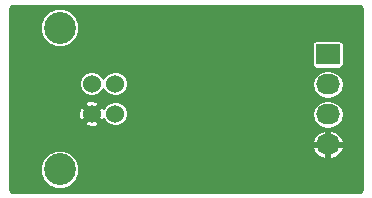
<source format=gbl>
G04 #@! TF.FileFunction,Copper,L2,Bot,Signal*
%FSLAX46Y46*%
G04 Gerber Fmt 4.6, Leading zero omitted, Abs format (unit mm)*
G04 Created by KiCad (PCBNEW LL-2015-09-25-git:d09c0a2-llkicadgr) date Fri 25 Sep 2015 11:15:43 PM EEST*
%MOMM*%
G01*
G04 APERTURE LIST*
%ADD10C,0.150000*%
%ADD11C,1.524000*%
%ADD12C,2.700020*%
%ADD13R,2.032000X1.727200*%
%ADD14O,2.032000X1.727200*%
%ADD15C,0.700000*%
%ADD16C,0.250000*%
G04 APERTURE END LIST*
D10*
D11*
X139000000Y-103710000D03*
X139000000Y-106250000D03*
X137001020Y-106250000D03*
X137001020Y-103710000D03*
D12*
X134301000Y-98980520D03*
X134301000Y-110979480D03*
D13*
X157000000Y-101250000D03*
D14*
X157000000Y-103790000D03*
X157000000Y-106330000D03*
X157000000Y-108870000D03*
D15*
X144500000Y-111500000D03*
X151500000Y-102750000D03*
X146500000Y-110000000D03*
X141500000Y-106750000D03*
X141500000Y-105500000D03*
X147250000Y-105750000D03*
X148750000Y-105750000D03*
X148750000Y-104250000D03*
X147250000Y-104250000D03*
D16*
G36*
X159875000Y-97301776D02*
X159875000Y-112698224D01*
X159698224Y-112875000D01*
X130301776Y-112875000D01*
X130125000Y-112698224D01*
X130125000Y-111311198D01*
X132625700Y-111311198D01*
X132880168Y-111927057D01*
X133350944Y-112398656D01*
X133966358Y-112654198D01*
X134632718Y-112654780D01*
X135248577Y-112400312D01*
X135720176Y-111929536D01*
X135975718Y-111314122D01*
X135976300Y-110647762D01*
X135721832Y-110031903D01*
X135251056Y-109560304D01*
X134635642Y-109304762D01*
X133969282Y-109304180D01*
X133353423Y-109558648D01*
X132881824Y-110029424D01*
X132626282Y-110644838D01*
X132625700Y-111311198D01*
X130125000Y-111311198D01*
X130125000Y-109186231D01*
X155650050Y-109186231D01*
X155860541Y-109621008D01*
X156223075Y-109941572D01*
X156680687Y-110098999D01*
X156875000Y-110016229D01*
X156875000Y-108995000D01*
X157125000Y-108995000D01*
X157125000Y-110016229D01*
X157319313Y-110098999D01*
X157776925Y-109941572D01*
X158139459Y-109621008D01*
X158349950Y-109186231D01*
X158290406Y-108995000D01*
X157125000Y-108995000D01*
X156875000Y-108995000D01*
X155709594Y-108995000D01*
X155650050Y-109186231D01*
X130125000Y-109186231D01*
X130125000Y-108553769D01*
X155650050Y-108553769D01*
X155709594Y-108745000D01*
X156875000Y-108745000D01*
X156875000Y-107723771D01*
X157125000Y-107723771D01*
X157125000Y-108745000D01*
X158290406Y-108745000D01*
X158349950Y-108553769D01*
X158139459Y-108118992D01*
X157776925Y-107798428D01*
X157319313Y-107641001D01*
X157125000Y-107723771D01*
X156875000Y-107723771D01*
X156680687Y-107641001D01*
X156223075Y-107798428D01*
X155860541Y-108118992D01*
X155650050Y-108553769D01*
X130125000Y-108553769D01*
X130125000Y-107086626D01*
X136341171Y-107086626D01*
X136424715Y-107255878D01*
X136853517Y-107399852D01*
X137304774Y-107368772D01*
X137577325Y-107255878D01*
X137660869Y-107086626D01*
X137001020Y-106426777D01*
X136341171Y-107086626D01*
X130125000Y-107086626D01*
X130125000Y-106102497D01*
X135851168Y-106102497D01*
X135882248Y-106553754D01*
X135995142Y-106826305D01*
X136164394Y-106909849D01*
X136824243Y-106250000D01*
X137177797Y-106250000D01*
X137837646Y-106909849D01*
X138006898Y-106826305D01*
X138031595Y-106752748D01*
X138077949Y-106864932D01*
X138383460Y-107170977D01*
X138782834Y-107336811D01*
X139215269Y-107337189D01*
X139614932Y-107172051D01*
X139920977Y-106866540D01*
X140086811Y-106467166D01*
X140086930Y-106330000D01*
X155632728Y-106330000D01*
X155723205Y-106784858D01*
X155980861Y-107170467D01*
X156366470Y-107428123D01*
X156821328Y-107518600D01*
X157178672Y-107518600D01*
X157633530Y-107428123D01*
X158019139Y-107170467D01*
X158276795Y-106784858D01*
X158367272Y-106330000D01*
X158276795Y-105875142D01*
X158019139Y-105489533D01*
X157633530Y-105231877D01*
X157178672Y-105141400D01*
X156821328Y-105141400D01*
X156366470Y-105231877D01*
X155980861Y-105489533D01*
X155723205Y-105875142D01*
X155632728Y-106330000D01*
X140086930Y-106330000D01*
X140087189Y-106034731D01*
X139922051Y-105635068D01*
X139616540Y-105329023D01*
X139217166Y-105163189D01*
X138784731Y-105162811D01*
X138385068Y-105327949D01*
X138079023Y-105633460D01*
X138034573Y-105740508D01*
X138006898Y-105673695D01*
X137837646Y-105590151D01*
X137177797Y-106250000D01*
X136824243Y-106250000D01*
X136164394Y-105590151D01*
X135995142Y-105673695D01*
X135851168Y-106102497D01*
X130125000Y-106102497D01*
X130125000Y-105413374D01*
X136341171Y-105413374D01*
X137001020Y-106073223D01*
X137660869Y-105413374D01*
X137577325Y-105244122D01*
X137148523Y-105100148D01*
X136697266Y-105131228D01*
X136424715Y-105244122D01*
X136341171Y-105413374D01*
X130125000Y-105413374D01*
X130125000Y-103925269D01*
X135913831Y-103925269D01*
X136078969Y-104324932D01*
X136384480Y-104630977D01*
X136783854Y-104796811D01*
X137216289Y-104797189D01*
X137615952Y-104632051D01*
X137921997Y-104326540D01*
X138000498Y-104137487D01*
X138077949Y-104324932D01*
X138383460Y-104630977D01*
X138782834Y-104796811D01*
X139215269Y-104797189D01*
X139614932Y-104632051D01*
X139920977Y-104326540D01*
X140086811Y-103927166D01*
X140086930Y-103790000D01*
X155632728Y-103790000D01*
X155723205Y-104244858D01*
X155980861Y-104630467D01*
X156366470Y-104888123D01*
X156821328Y-104978600D01*
X157178672Y-104978600D01*
X157633530Y-104888123D01*
X158019139Y-104630467D01*
X158276795Y-104244858D01*
X158367272Y-103790000D01*
X158276795Y-103335142D01*
X158019139Y-102949533D01*
X157633530Y-102691877D01*
X157178672Y-102601400D01*
X156821328Y-102601400D01*
X156366470Y-102691877D01*
X155980861Y-102949533D01*
X155723205Y-103335142D01*
X155632728Y-103790000D01*
X140086930Y-103790000D01*
X140087189Y-103494731D01*
X139922051Y-103095068D01*
X139616540Y-102789023D01*
X139217166Y-102623189D01*
X138784731Y-102622811D01*
X138385068Y-102787949D01*
X138079023Y-103093460D01*
X138000522Y-103282513D01*
X137923071Y-103095068D01*
X137617560Y-102789023D01*
X137218186Y-102623189D01*
X136785751Y-102622811D01*
X136386088Y-102787949D01*
X136080043Y-103093460D01*
X135914209Y-103492834D01*
X135913831Y-103925269D01*
X130125000Y-103925269D01*
X130125000Y-99312238D01*
X132625700Y-99312238D01*
X132880168Y-99928097D01*
X133350944Y-100399696D01*
X133966358Y-100655238D01*
X134632718Y-100655820D01*
X135248577Y-100401352D01*
X135263555Y-100386400D01*
X155652633Y-100386400D01*
X155652633Y-102113600D01*
X155675295Y-102234038D01*
X155746474Y-102344653D01*
X155855080Y-102418860D01*
X155984000Y-102444967D01*
X158016000Y-102444967D01*
X158136438Y-102422305D01*
X158247053Y-102351126D01*
X158321260Y-102242520D01*
X158347367Y-102113600D01*
X158347367Y-100386400D01*
X158324705Y-100265962D01*
X158253526Y-100155347D01*
X158144920Y-100081140D01*
X158016000Y-100055033D01*
X155984000Y-100055033D01*
X155863562Y-100077695D01*
X155752947Y-100148874D01*
X155678740Y-100257480D01*
X155652633Y-100386400D01*
X135263555Y-100386400D01*
X135720176Y-99930576D01*
X135975718Y-99315162D01*
X135976300Y-98648802D01*
X135721832Y-98032943D01*
X135251056Y-97561344D01*
X134635642Y-97305802D01*
X133969282Y-97305220D01*
X133353423Y-97559688D01*
X132881824Y-98030464D01*
X132626282Y-98645878D01*
X132625700Y-99312238D01*
X130125000Y-99312238D01*
X130125000Y-97301776D01*
X130301776Y-97125000D01*
X159698224Y-97125000D01*
X159875000Y-97301776D01*
X159875000Y-97301776D01*
G37*
X159875000Y-97301776D02*
X159875000Y-112698224D01*
X159698224Y-112875000D01*
X130301776Y-112875000D01*
X130125000Y-112698224D01*
X130125000Y-111311198D01*
X132625700Y-111311198D01*
X132880168Y-111927057D01*
X133350944Y-112398656D01*
X133966358Y-112654198D01*
X134632718Y-112654780D01*
X135248577Y-112400312D01*
X135720176Y-111929536D01*
X135975718Y-111314122D01*
X135976300Y-110647762D01*
X135721832Y-110031903D01*
X135251056Y-109560304D01*
X134635642Y-109304762D01*
X133969282Y-109304180D01*
X133353423Y-109558648D01*
X132881824Y-110029424D01*
X132626282Y-110644838D01*
X132625700Y-111311198D01*
X130125000Y-111311198D01*
X130125000Y-109186231D01*
X155650050Y-109186231D01*
X155860541Y-109621008D01*
X156223075Y-109941572D01*
X156680687Y-110098999D01*
X156875000Y-110016229D01*
X156875000Y-108995000D01*
X157125000Y-108995000D01*
X157125000Y-110016229D01*
X157319313Y-110098999D01*
X157776925Y-109941572D01*
X158139459Y-109621008D01*
X158349950Y-109186231D01*
X158290406Y-108995000D01*
X157125000Y-108995000D01*
X156875000Y-108995000D01*
X155709594Y-108995000D01*
X155650050Y-109186231D01*
X130125000Y-109186231D01*
X130125000Y-108553769D01*
X155650050Y-108553769D01*
X155709594Y-108745000D01*
X156875000Y-108745000D01*
X156875000Y-107723771D01*
X157125000Y-107723771D01*
X157125000Y-108745000D01*
X158290406Y-108745000D01*
X158349950Y-108553769D01*
X158139459Y-108118992D01*
X157776925Y-107798428D01*
X157319313Y-107641001D01*
X157125000Y-107723771D01*
X156875000Y-107723771D01*
X156680687Y-107641001D01*
X156223075Y-107798428D01*
X155860541Y-108118992D01*
X155650050Y-108553769D01*
X130125000Y-108553769D01*
X130125000Y-107086626D01*
X136341171Y-107086626D01*
X136424715Y-107255878D01*
X136853517Y-107399852D01*
X137304774Y-107368772D01*
X137577325Y-107255878D01*
X137660869Y-107086626D01*
X137001020Y-106426777D01*
X136341171Y-107086626D01*
X130125000Y-107086626D01*
X130125000Y-106102497D01*
X135851168Y-106102497D01*
X135882248Y-106553754D01*
X135995142Y-106826305D01*
X136164394Y-106909849D01*
X136824243Y-106250000D01*
X137177797Y-106250000D01*
X137837646Y-106909849D01*
X138006898Y-106826305D01*
X138031595Y-106752748D01*
X138077949Y-106864932D01*
X138383460Y-107170977D01*
X138782834Y-107336811D01*
X139215269Y-107337189D01*
X139614932Y-107172051D01*
X139920977Y-106866540D01*
X140086811Y-106467166D01*
X140086930Y-106330000D01*
X155632728Y-106330000D01*
X155723205Y-106784858D01*
X155980861Y-107170467D01*
X156366470Y-107428123D01*
X156821328Y-107518600D01*
X157178672Y-107518600D01*
X157633530Y-107428123D01*
X158019139Y-107170467D01*
X158276795Y-106784858D01*
X158367272Y-106330000D01*
X158276795Y-105875142D01*
X158019139Y-105489533D01*
X157633530Y-105231877D01*
X157178672Y-105141400D01*
X156821328Y-105141400D01*
X156366470Y-105231877D01*
X155980861Y-105489533D01*
X155723205Y-105875142D01*
X155632728Y-106330000D01*
X140086930Y-106330000D01*
X140087189Y-106034731D01*
X139922051Y-105635068D01*
X139616540Y-105329023D01*
X139217166Y-105163189D01*
X138784731Y-105162811D01*
X138385068Y-105327949D01*
X138079023Y-105633460D01*
X138034573Y-105740508D01*
X138006898Y-105673695D01*
X137837646Y-105590151D01*
X137177797Y-106250000D01*
X136824243Y-106250000D01*
X136164394Y-105590151D01*
X135995142Y-105673695D01*
X135851168Y-106102497D01*
X130125000Y-106102497D01*
X130125000Y-105413374D01*
X136341171Y-105413374D01*
X137001020Y-106073223D01*
X137660869Y-105413374D01*
X137577325Y-105244122D01*
X137148523Y-105100148D01*
X136697266Y-105131228D01*
X136424715Y-105244122D01*
X136341171Y-105413374D01*
X130125000Y-105413374D01*
X130125000Y-103925269D01*
X135913831Y-103925269D01*
X136078969Y-104324932D01*
X136384480Y-104630977D01*
X136783854Y-104796811D01*
X137216289Y-104797189D01*
X137615952Y-104632051D01*
X137921997Y-104326540D01*
X138000498Y-104137487D01*
X138077949Y-104324932D01*
X138383460Y-104630977D01*
X138782834Y-104796811D01*
X139215269Y-104797189D01*
X139614932Y-104632051D01*
X139920977Y-104326540D01*
X140086811Y-103927166D01*
X140086930Y-103790000D01*
X155632728Y-103790000D01*
X155723205Y-104244858D01*
X155980861Y-104630467D01*
X156366470Y-104888123D01*
X156821328Y-104978600D01*
X157178672Y-104978600D01*
X157633530Y-104888123D01*
X158019139Y-104630467D01*
X158276795Y-104244858D01*
X158367272Y-103790000D01*
X158276795Y-103335142D01*
X158019139Y-102949533D01*
X157633530Y-102691877D01*
X157178672Y-102601400D01*
X156821328Y-102601400D01*
X156366470Y-102691877D01*
X155980861Y-102949533D01*
X155723205Y-103335142D01*
X155632728Y-103790000D01*
X140086930Y-103790000D01*
X140087189Y-103494731D01*
X139922051Y-103095068D01*
X139616540Y-102789023D01*
X139217166Y-102623189D01*
X138784731Y-102622811D01*
X138385068Y-102787949D01*
X138079023Y-103093460D01*
X138000522Y-103282513D01*
X137923071Y-103095068D01*
X137617560Y-102789023D01*
X137218186Y-102623189D01*
X136785751Y-102622811D01*
X136386088Y-102787949D01*
X136080043Y-103093460D01*
X135914209Y-103492834D01*
X135913831Y-103925269D01*
X130125000Y-103925269D01*
X130125000Y-99312238D01*
X132625700Y-99312238D01*
X132880168Y-99928097D01*
X133350944Y-100399696D01*
X133966358Y-100655238D01*
X134632718Y-100655820D01*
X135248577Y-100401352D01*
X135263555Y-100386400D01*
X155652633Y-100386400D01*
X155652633Y-102113600D01*
X155675295Y-102234038D01*
X155746474Y-102344653D01*
X155855080Y-102418860D01*
X155984000Y-102444967D01*
X158016000Y-102444967D01*
X158136438Y-102422305D01*
X158247053Y-102351126D01*
X158321260Y-102242520D01*
X158347367Y-102113600D01*
X158347367Y-100386400D01*
X158324705Y-100265962D01*
X158253526Y-100155347D01*
X158144920Y-100081140D01*
X158016000Y-100055033D01*
X155984000Y-100055033D01*
X155863562Y-100077695D01*
X155752947Y-100148874D01*
X155678740Y-100257480D01*
X155652633Y-100386400D01*
X135263555Y-100386400D01*
X135720176Y-99930576D01*
X135975718Y-99315162D01*
X135976300Y-98648802D01*
X135721832Y-98032943D01*
X135251056Y-97561344D01*
X134635642Y-97305802D01*
X133969282Y-97305220D01*
X133353423Y-97559688D01*
X132881824Y-98030464D01*
X132626282Y-98645878D01*
X132625700Y-99312238D01*
X130125000Y-99312238D01*
X130125000Y-97301776D01*
X130301776Y-97125000D01*
X159698224Y-97125000D01*
X159875000Y-97301776D01*
M02*

</source>
